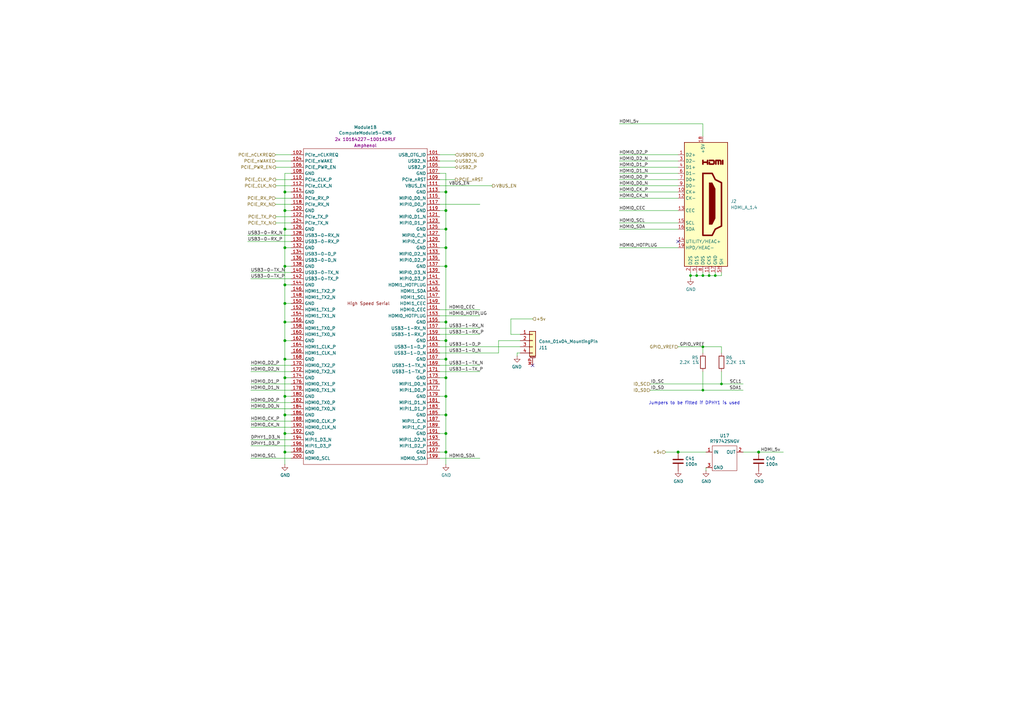
<source format=kicad_sch>
(kicad_sch (version 20250114) (generator "eeschema") (generator_version "9.0")
  (paper "A3")
  (title_block (title "Compute Module 5 IO Board - CM5 - Highspeed") (date "2026-02-08") (rev "0") (company "Logan Fagg") (comment 1 "Licensed under CERN-OHL-S v2") (comment 2 "Copyright © 2026 Logan Fagg") (comment 3 "https://github.com/loganrf/compactPi"))
  (lib_symbols
    (symbol "CM5IO:ComputeModule5-CM5"
      (property "Reference" "Module" (at 113.03 -68.58 0))
      (property "Value" "ComputeModule5-CM5" (at 140.97 2.54 0))
      (property "Field4" "Amphenol" (at 0 0 0))
      (property "Field5" "2x 10164227-1001A1RLF" (at 0 -2.54 0))
      (symbol "ComputeModule5-CM5_1_0"
        (text "GPIO" (at 0 6.35 0) (effects (font (size 1.27 1.27))))
      )
      (symbol "ComputeModule5-CM5_1_1"
        (rectangle (start -30.48 -71.12) (end 25.4 58.42))
        (text "600mA Max" (at -8.89 -48.26 0) (effects (font (size 1.27 1.27))))
        (text "600mA Max" (at -8.89 -53.34 0) (effects (font (size 1.27 1.27))))
        (text "NB SD signals are only available" (at -1.27 -27.94 0) (effects (font (size 1.27 1.27))))
        (text "on modules without eMMC" (at -1.27 -30.48 0) (effects (font (size 1.27 1.27))))
        (pin power_in line (at -33.02 55.88 0) (length 2.54) (name "GND") (number "2"))
        (pin passive line (at -33.02 53.34 0) (length 2.54) (name "Ethernet_Pair1_P") (number "4"))
        (pin passive line (at -33.02 50.8 0) (length 2.54) (name "Ethernet_Pair1_N") (number "6"))
        (pin power_in line (at -33.02 48.26 0) (length 2.54) (name "GND") (number "8"))
        (pin passive line (at -33.02 45.72 0) (length 2.54) (name "Ethernet_Pair0_N") (number "10"))
        (pin passive line (at -33.02 43.18 0) (length 2.54) (name "Ethernet_Pair0_P") (number "12"))
        (pin power_in line (at -33.02 40.64 0) (length 2.54) (name "GND") (number "14"))
        (pin input line (at -33.02 38.1 0) (length 2.54) (name "FAN_TACHO") (number "16"))
        (pin input line (at -33.02 35.56 0) (length 2.54) (name "Ethernet_SYNC_OUT(3.3v)") (number "18"))
        (pin passive line (at -33.02 33.02 0) (length 2.54) (name "EEPROM_nWP") (number "20"))
        (pin power_in line (at -33.02 30.48 0) (length 2.54) (name "GND") (number "22"))
        (pin passive line (at -33.02 27.94 0) (length 2.54) (name "GPIO26") (number "24"))
        (pin passive line (at -33.02 25.4 0) (length 2.54) (name "GPIO19") (number "26"))
        (pin passive line (at -33.02 22.86 0) (length 2.54) (name "GPIO13") (number "28"))
        (pin passive line (at -33.02 20.32 0) (length 2.54) (name "GPIO6") (number "30"))
        (pin power_in line (at -33.02 17.78 0) (length 2.54) (name "GND") (number "32"))
        (pin passive line (at -33.02 15.24 0) (length 2.54) (name "GPIO5") (number "34"))
        (pin passive line (at -33.02 12.7 0) (length 2.54) (name "ID_SD") (number "36"))
        (pin passive line (at -33.02 10.16 0) (length 2.54) (name "GPIO11") (number "38"))
        (pin passive line (at -33.02 7.62 0) (length 2.54) (name "GPIO9") (number "40"))
        (pin power_in line (at -33.02 5.08 0) (length 2.54) (name "GND") (number "42"))
        (pin passive line (at -33.02 2.54 0) (length 2.54) (name "GPIO10") (number "44"))
        (pin passive line (at -33.02 0 0) (length 2.54) (name "GPIO22") (number "46"))
        (pin passive line (at -33.02 -2.54 0) (length 2.54) (name "GPIO27") (number "48"))
        (pin passive line (at -33.02 -5.08 0) (length 2.54) (name "GPIO17") (number "50"))
        (pin power_in line (at -33.02 -7.62 0) (length 2.54) (name "GND") (number "52"))
        (pin passive line (at -33.02 -10.16 0) (length 2.54) (name "GPIO4") (number "54"))
        (pin passive line (at -33.02 -12.7 0) (length 2.54) (name "GPIO3") (number "56"))
        (pin passive line (at -33.02 -15.24 0) (length 2.54) (name "GPIO2") (number "58"))
        (pin power_in line (at -33.02 -17.78 0) (length 2.54) (name "GND") (number "60"))
        (pin passive line (at -33.02 -20.32 0) (length 2.54) (name "SD_CMD") (number "62"))
        (pin passive line (at -33.02 -22.86 0) (length 2.54) (name "SD_DAT5") (number "64"))
        (pin power_in line (at -33.02 -25.4 0) (length 2.54) (name "GND") (number "66"))
        (pin passive line (at -33.02 -27.94 0) (length 2.54) (name "SD_DAT4") (number "68"))
        (pin passive line (at -33.02 -30.48 0) (length 2.54) (name "SD_DAT7") (number "70"))
        (pin passive line (at -33.02 -33.02 0) (length 2.54) (name "SD_DAT6") (number "72"))
        (pin power_in line (at -33.02 -35.56 0) (length 2.54) (name "GND") (number "74"))
        (pin passive line (at -33.02 -38.1 0) (length 2.54) (name "VBAT") (number "76"))
        (pin power_in line (at -33.02 -40.64 0) (length 2.54) (name "GPIO_VREF(1.8v/3.3v_Input)") (number "78"))
        (pin passive line (at -33.02 -43.18 0) (length 2.54) (name "SCL0") (number "80"))
        (pin passive line (at -33.02 -45.72 0) (length 2.54) (name "SDA0") (number "82"))
        (pin power_out line (at -33.02 -48.26 0) (length 2.54) (name "+3.3v_(Output)") (number "84"))
        (pin passive line (at -33.02 -50.8 0) (length 2.54) (name "+3.3v_(Output)") (number "86"))
        (pin power_out line (at -33.02 -53.34 0) (length 2.54) (name "+1.8v_(Output)") (number "88"))
        (pin passive line (at -33.02 -55.88 0) (length 2.54) (name "+1.8v_(Output)") (number "90"))
        (pin passive line (at -33.02 -58.42 0) (length 2.54) (name "PWR_BUT") (number "92"))
        (pin passive line (at -33.02 -60.96 0) (length 2.54) (name "CC1") (number "94"))
        (pin passive line (at -33.02 -63.5 0) (length 2.54) (name "CC2") (number "96"))
        (pin power_in line (at -33.02 -66.04 0) (length 2.54) (name "GND") (number "98"))
        (pin passive line (at -33.02 -68.58 0) (length 2.54) (name "CAM_GPIO1") (number "100"))
        (pin power_in line (at 27.94 55.88 180) (length 2.54) (name "GND") (number "1"))
        (pin passive line (at 27.94 53.34 180) (length 2.54) (name "Ethernet_Pair3_P") (number "3"))
        (pin passive line (at 27.94 50.8 180) (length 2.54) (name "Ethernet_Pair3_N") (number "5"))
        (pin power_in line (at 27.94 48.26 180) (length 2.54) (name "GND") (number "7"))
        (pin passive line (at 27.94 45.72 180) (length 2.54) (name "Ethernet_Pair2_N") (number "9"))
        (pin passive line (at 27.94 43.18 180) (length 2.54) (name "Ethernet_Pair2_P") (number "11"))
        (pin power_in line (at 27.94 40.64 180) (length 2.54) (name "GND") (number "13"))
        (pin output line (at 27.94 38.1 180) (length 2.54) (name "Ethernet_nLED3(3.3v)") (number "15"))
        (pin output line (at 27.94 35.56 180) (length 2.54) (name "Ethernet_nLED2(3.3v)") (number "17"))
        (pin output line (at 27.94 33.02 180) (length 2.54) (name "FAN_PWM") (number "19"))
        (pin open_collector line (at 27.94 30.48 180) (length 2.54) (name "LED_nACT") (number "21"))
        (pin power_in line (at 27.94 27.94 180) (length 2.54) (name "GND") (number "23"))
        (pin passive line (at 27.94 25.4 180) (length 2.54) (name "GPIO21") (number "25"))
        (pin passive line (at 27.94 22.86 180) (length 2.54) (name "GPIO20") (number "27"))
        (pin passive line (at 27.94 20.32 180) (length 2.54) (name "GPIO16") (number "29"))
        (pin passive line (at 27.94 17.78 180) (length 2.54) (name "GPIO12") (number "31"))
        (pin power_in line (at 27.94 15.24 180) (length 2.54) (name "GND") (number "33"))
        (pin passive line (at 27.94 12.7 180) (length 2.54) (name "ID_SC") (number "35"))
        (pin passive line (at 27.94 10.16 180) (length 2.54) (name "GPIO7") (number "37"))
        (pin passive line (at 27.94 7.62 180) (length 2.54) (name "GPIO8") (number "39"))
        (pin passive line (at 27.94 5.08 180) (length 2.54) (name "GPIO25") (number "41"))
        (pin power_in line (at 27.94 2.54 180) (length 2.54) (name "GND") (number "43"))
        (pin passive line (at 27.94 0 180) (length 2.54) (name "GPIO24") (number "45"))
        (pin passive line (at 27.94 -2.54 180) (length 2.54) (name "GPIO23") (number "47"))
        (pin passive line (at 27.94 -5.08 180) (length 2.54) (name "GPIO18") (number "49"))
        (pin passive line (at 27.94 -7.62 180) (length 2.54) (name "GPIO15") (number "51"))
        (pin power_in line (at 27.94 -10.16 180) (length 2.54) (name "GND") (number "53"))
        (pin passive line (at 27.94 -12.7 180) (length 2.54) (name "GPIO14") (number "55"))
        (pin passive line (at 27.94 -15.24 180) (length 2.54) (name "SD_CLK") (number "57"))
        (pin power_in line (at 27.94 -17.78 180) (length 2.54) (name "GND") (number "59"))
        (pin passive line (at 27.94 -20.32 180) (length 2.54) (name "SD_DAT3") (number "61"))
        (pin passive line (at 27.94 -22.86 180) (length 2.54) (name "SD_DAT0") (number "63"))
        (pin power_in line (at 27.94 -25.4 180) (length 2.54) (name "GND") (number "65"))
        (pin passive line (at 27.94 -27.94 180) (length 2.54) (name "SD_DAT1") (number "67"))
        (pin passive line (at 27.94 -30.48 180) (length 2.54) (name "SD_DAT2") (number "69"))
        (pin power_in line (at 27.94 -33.02 180) (length 2.54) (name "GND") (number "71"))
        (pin input line (at 27.94 -35.56 180) (length 2.54) (name "SD_VDD_Override") (number "73"))
        (pin output line (at 27.94 -38.1 180) (length 2.54) (name "SD_PWR_ON") (number "75"))
        (pin power_in line (at 27.94 -40.64 180) (length 2.54) (name "+5v_(Input)") (number "77"))
        (pin power_in line (at 27.94 -43.18 180) (length 2.54) (name "+5v_(Input)") (number "79"))
        (pin power_in line (at 27.94 -45.72 180) (length 2.54) (name "+5v_(Input)") (number "81"))
        (pin power_in line (at 27.94 -48.26 180) (length 2.54) (name "+5v_(Input)") (number "83"))
        (pin power_in line (at 27.94 -50.8 180) (length 2.54) (name "+5v_(Input)") (number "85"))
        (pin power_in line (at 27.94 -53.34 180) (length 2.54) (name "+5v_(Input)") (number "87"))
        (pin input line (at 27.94 -55.88 180) (length 2.54) (name "WiFi_nDisable") (number "89"))
        (pin input line (at 27.94 -58.42 180) (length 2.54) (name "BT_nDisable") (number "91"))
        (pin input line (at 27.94 -60.96 180) (length 2.54) (name "nRPIBOOT") (number "93"))
        (pin output line (at 27.94 -63.5 180) (length 2.54) (name "LED_nPWR") (number "95"))
        (pin passive line (at 27.94 -66.04 180) (length 2.54) (name "CAM_GPIO0") (number "97"))
        (pin input line (at 27.94 -68.58 180) (length 2.54) (name "PMIC_ENABLE") (number "99"))
      )
      (symbol "ComputeModule5-CM5_2_1"
        (rectangle (start 114.3 -66.04) (end 165.1 63.5))
        (text "High Speed Serial" (at 140.97 0 0) (effects (font (size 1.27 1.27))))
        (pin input line (at 109.22 60.96 0) (length 5.08) (name "PCIe_nCLKREQ") (number "102"))
        (pin input line (at 109.22 58.42 0) (length 5.08) (name "PCIE_nWAKE") (number "104"))
        (pin output line (at 109.22 55.88 0) (length 5.08) (name "PCIE_PWR_EN") (number "106"))
        (pin power_in line (at 109.22 53.34 0) (length 5.08) (name "GND") (number "108"))
        (pin output line (at 109.22 50.8 0) (length 5.08) (name "PCIe_CLK_P") (number "110"))
        (pin output line (at 109.22 48.26 0) (length 5.08) (name "PCIe_CLK_N") (number "112"))
        (pin power_in line (at 109.22 45.72 0) (length 5.08) (name "GND") (number "114"))
        (pin input line (at 109.22 43.18 0) (length 5.08) (name "PCIe_RX_P") (number "116"))
        (pin input line (at 109.22 40.64 0) (length 5.08) (name "PCIe_RX_N") (number "118"))
        (pin power_in line (at 109.22 38.1 0) (length 5.08) (name "GND") (number "120"))
        (pin output line (at 109.22 35.56 0) (length 5.08) (name "PCIe_TX_P") (number "122"))
        (pin output line (at 109.22 33.02 0) (length 5.08) (name "PCIe_TX_N") (number "124"))
        (pin power_in line (at 109.22 30.48 0) (length 5.08) (name "GND") (number "126"))
        (pin input line (at 109.22 27.94 0) (length 5.08) (name "USB3-0-RX_N") (number "128"))
        (pin input line (at 109.22 25.4 0) (length 5.08) (name "USB3-0-RX_P") (number "130"))
        (pin power_in line (at 109.22 22.86 0) (length 5.08) (name "GND") (number "132"))
        (pin passive line (at 109.22 20.32 0) (length 5.08) (name "USB3-0-D_P") (number "134"))
        (pin passive line (at 109.22 17.78 0) (length 5.08) (name "USB3-0-D_N") (number "136"))
        (pin power_in line (at 109.22 15.24 0) (length 5.08) (name "GND") (number "138"))
        (pin output line (at 109.22 12.7 0) (length 5.08) (name "USB3-0-TX_N") (number "140"))
        (pin output line (at 109.22 10.16 0) (length 5.08) (name "USB3-0-TX_P") (number "142"))
        (pin power_in line (at 109.22 7.62 0) (length 5.08) (name "GND") (number "144"))
        (pin output line (at 109.22 5.08 0) (length 5.08) (name "HDMI1_TX2_P") (number "146"))
        (pin output line (at 109.22 2.54 0) (length 5.08) (name "HDMI1_TX2_N") (number "148"))
        (pin power_in line (at 109.22 0 0) (length 5.08) (name "GND") (number "150"))
        (pin output line (at 109.22 -2.54 0) (length 5.08) (name "HDMI1_TX1_P") (number "152"))
        (pin output line (at 109.22 -5.08 0) (length 5.08) (name "HDMI1_TX1_N") (number "154"))
        (pin power_in line (at 109.22 -7.62 0) (length 5.08) (name "GND") (number "156"))
        (pin output line (at 109.22 -10.16 0) (length 5.08) (name "HDMI1_TX0_P") (number "158"))
        (pin output line (at 109.22 -12.7 0) (length 5.08) (name "HDMI1_TX0_N") (number "160"))
        (pin power_in line (at 109.22 -15.24 0) (length 5.08) (name "GND") (number "162"))
        (pin output line (at 109.22 -17.78 0) (length 5.08) (name "HDMI1_CLK_P") (number "164"))
        (pin output line (at 109.22 -20.32 0) (length 5.08) (name "HDMI1_CLK_N") (number "166"))
        (pin power_in line (at 109.22 -22.86 0) (length 5.08) (name "GND") (number "168"))
        (pin output line (at 109.22 -25.4 0) (length 5.08) (name "HDMI0_TX2_P") (number "170"))
        (pin output line (at 109.22 -27.94 0) (length 5.08) (name "HDMI0_TX2_N") (number "172"))
        (pin power_in line (at 109.22 -30.48 0) (length 5.08) (name "GND") (number "174"))
        (pin output line (at 109.22 -33.02 0) (length 5.08) (name "HDMI0_TX1_P") (number "176"))
        (pin output line (at 109.22 -35.56 0) (length 5.08) (name "HDMI0_TX1_N") (number "178"))
        (pin power_in line (at 109.22 -38.1 0) (length 5.08) (name "GND") (number "180"))
        (pin output line (at 109.22 -40.64 0) (length 5.08) (name "HDMI0_TX0_P") (number "182"))
        (pin output line (at 109.22 -43.18 0) (length 5.08) (name "HDMI0_TX0_N") (number "184"))
        (pin power_in line (at 109.22 -45.72 0) (length 5.08) (name "GND") (number "186"))
        (pin output line (at 109.22 -48.26 0) (length 5.08) (name "HDMI0_CLK_P") (number "188"))
        (pin output line (at 109.22 -50.8 0) (length 5.08) (name "HDMI0_CLK_N") (number "190"))
        (pin power_in line (at 109.22 -53.34 0) (length 5.08) (name "GND") (number "192"))
        (pin output line (at 109.22 -55.88 0) (length 5.08) (name "MIPI1_D3_N") (number "194"))
        (pin output line (at 109.22 -58.42 0) (length 5.08) (name "MIPI1_D3_P") (number "196"))
        (pin power_in line (at 109.22 -60.96 0) (length 5.08) (name "GND") (number "198"))
        (pin open_collector line (at 109.22 -63.5 0) (length 5.08) (name "HDMI0_SCL") (number "200"))
        (pin input line (at 170.18 60.96 180) (length 5.08) (name "USB_OTG_ID") (number "101"))
        (pin passive line (at 170.18 58.42 180) (length 5.08) (name "USB2_N") (number "103"))
        (pin passive line (at 170.18 55.88 180) (length 5.08) (name "USB2_P") (number "105"))
        (pin power_in line (at 170.18 53.34 180) (length 5.08) (name "GND") (number "107"))
        (pin output line (at 170.18 50.8 180) (length 5.08) (name "PCIe_nRST") (number "109"))
        (pin output line (at 170.18 48.26 180) (length 5.08) (name "VBUS_EN") (number "111"))
        (pin power_in line (at 170.18 45.72 180) (length 5.08) (name "GND") (number "113"))
        (pin input line (at 170.18 43.18 180) (length 5.08) (name "MIPI0_D0_N") (number "115"))
        (pin input line (at 170.18 40.64 180) (length 5.08) (name "MIPI0_D0_P") (number "117"))
        (pin power_in line (at 170.18 38.1 180) (length 5.08) (name "GND") (number "119"))
        (pin input line (at 170.18 35.56 180) (length 5.08) (name "MIPI0_D1_N") (number "121"))
        (pin input line (at 170.18 33.02 180) (length 5.08) (name "MIPI0_D1_P") (number "123"))
        (pin power_in line (at 170.18 30.48 180) (length 5.08) (name "GND") (number "125"))
        (pin input line (at 170.18 27.94 180) (length 5.08) (name "MIPI0_C_N") (number "127"))
        (pin input line (at 170.18 25.4 180) (length 5.08) (name "MIPI0_C_P") (number "129"))
        (pin power_in line (at 170.18 22.86 180) (length 5.08) (name "GND") (number "131"))
        (pin input line (at 170.18 20.32 180) (length 5.08) (name "MIPI0_D2_N") (number "133"))
        (pin input line (at 170.18 17.78 180) (length 5.08) (name "MIPI0_D2_P") (number "135"))
        (pin power_in line (at 170.18 15.24 180) (length 5.08) (name "GND") (number "137"))
        (pin input line (at 170.18 12.7 180) (length 5.08) (name "MIPI0_D3_N") (number "139"))
        (pin input line (at 170.18 10.16 180) (length 5.08) (name "MIPI0_D3_P") (number "141"))
        (pin input line (at 170.18 7.62 180) (length 5.08) (name "HDMI1_HOTPLUG") (number "143"))
        (pin bidirectional line (at 170.18 5.08 180) (length 5.08) (name "HDMI1_SDA") (number "145"))
        (pin open_collector line (at 170.18 2.54 180) (length 5.08) (name "HDMI1_SCL") (number "147"))
        (pin open_collector line (at 170.18 0 180) (length 5.08) (name "HDMI1_CEC") (number "149"))
        (pin open_collector line (at 170.18 -2.54 180) (length 5.08) (name "HDMI0_CEC") (number "151"))
        (pin input line (at 170.18 -5.08 180) (length 5.08) (name "HDMI0_HOTPLUG") (number "153"))
        (pin power_in line (at 170.18 -7.62 180) (length 5.08) (name "GND") (number "155"))
        (pin input line (at 170.18 -10.16 180) (length 5.08) (name "USB3-1-RX_N") (number "157"))
        (pin input line (at 170.18 -12.7 180) (length 5.08) (name "USB3-1-RX_P") (number "159"))
        (pin power_in line (at 170.18 -15.24 180) (length 5.08) (name "GND") (number "161"))
        (pin passive line (at 170.18 -17.78 180) (length 5.08) (name "USB3-1-D_P") (number "163"))
        (pin passive line (at 170.18 -20.32 180) (length 5.08) (name "USB3-1-D_N") (number "165"))
        (pin power_in line (at 170.18 -22.86 180) (length 5.08) (name "GND") (number "167"))
        (pin output line (at 170.18 -25.4 180) (length 5.08) (name "USB3-1-TX_N") (number "169"))
        (pin output line (at 170.18 -27.94 180) (length 5.08) (name "USB3-1-TX_P") (number "171"))
        (pin power_in line (at 170.18 -30.48 180) (length 5.08) (name "GND") (number "173"))
        (pin output line (at 170.18 -33.02 180) (length 5.08) (name "MIPI1_D0_N") (number "175"))
        (pin output line (at 170.18 -35.56 180) (length 5.08) (name "MIPI1_D0_P") (number "177"))
        (pin power_in line (at 170.18 -38.1 180) (length 5.08) (name "GND") (number "179"))
        (pin output line (at 170.18 -40.64 180) (length 5.08) (name "MIPI1_D1_N") (number "181"))
        (pin output line (at 170.18 -43.18 180) (length 5.08) (name "MIPI1_D1_P") (number "183"))
        (pin power_in line (at 170.18 -45.72 180) (length 5.08) (name "GND") (number "185"))
        (pin output line (at 170.18 -48.26 180) (length 5.08) (name "MIPI1_C_N") (number "187"))
        (pin output line (at 170.18 -50.8 180) (length 5.08) (name "MIPI1_C_P") (number "189"))
        (pin power_in line (at 170.18 -53.34 180) (length 5.08) (name "GND") (number "191"))
        (pin output line (at 170.18 -55.88 180) (length 5.08) (name "MIPI1_D2_N") (number "193"))
        (pin output line (at 170.18 -58.42 180) (length 5.08) (name "MIPI1_D2_P") (number "195"))
        (pin power_in line (at 170.18 -60.96 180) (length 5.08) (name "GND") (number "197"))
        (pin bidirectional line (at 170.18 -63.5 180) (length 5.08) (name "HDMI0_SDA") (number "199"))
      )
    )
    (symbol "CM5IO:RT9742SNGV"
      (property "Reference" "U" (at -2.54 7.62 0))
      (property "Value" "RT9742SNGV" (at 3.81 -5.08 0))
      (symbol "RT9742SNGV_0_1"
        (rectangle (start -2.54 6.35) (end 7.62 -3.81))
      )
      (symbol "RT9742SNGV_1_1"
        (pin power_in line (at -5.08 3.81 0) (length 2.54) (name "IN") (number "1"))
        (pin power_in line (at -5.08 -2.54 0) (length 2.54) (name "GND") (number "3"))
        (pin power_out line (at 10.16 3.81 180) (length 2.54) (name "OUT") (number "2"))
      )
    )
    (symbol "Connector:HDMI_A_1.4"
      (property "Reference" "J" (at -6.35 26.67 0))
      (property "Value" "HDMI_A_1.4" (at 10.16 26.67 0))
      (symbol "HDMI_A_1.4_0_0"
        (polyline (pts (xy 0 16.51) (xy 0 18.034) (xy 0 17.272) (xy 1.905 17.272) (xy 1.905 18.034) (xy 1.905 16.51)) (stroke (width 0.635)))
        (polyline (pts (xy 2.667 18.034) (xy 4.318 18.034) (xy 4.572 17.78) (xy 4.572 16.764) (xy 4.318 16.51) (xy 2.667 16.51) (xy 2.667 17.272)) (stroke (width 0.635)))
        (polyline (pts (xy 8.128 16.51) (xy 8.128 18.034)) (stroke (width 0.635)))
      )
      (symbol "HDMI_A_1.4_0_1"
        (rectangle (start -7.62 25.4) (end 10.16 -25.4) (stroke (width 0.254)) (fill (type background)))
        (polyline (pts (xy 0 12.7) (xy 0 -12.7) (xy 3.81 -12.7) (xy 5.08 -10.16) (xy 7.62 -8.89) (xy 7.62 8.89) (xy 5.08 10.16) (xy 3.81 12.7) (xy 0 12.7)) (stroke (width 0.635)))
        (polyline (pts (xy 2.54 8.89) (xy 3.81 8.89) (xy 5.08 6.35) (xy 5.08 -5.715) (xy 3.81 -8.255) (xy 2.54 -8.255) (xy 2.54 8.89)) (fill (type outline)))
        (polyline (pts (xy 5.334 16.51) (xy 5.334 18.034) (xy 6.35 18.034) (xy 6.35 16.51) (xy 6.35 18.034) (xy 7.112 18.034) (xy 7.366 17.78) (xy 7.366 16.51)) (stroke (width 0.635)))
      )
      (symbol "HDMI_A_1.4_1_1"
        (pin passive line (at -10.16 20.32 0) (length 2.54) (name "D2+") (number "1"))
        (pin passive line (at -10.16 17.78 0) (length 2.54) (name "D2-") (number "3"))
        (pin passive line (at -10.16 15.24 0) (length 2.54) (name "D1+") (number "4"))
        (pin passive line (at -10.16 12.7 0) (length 2.54) (name "D1-") (number "6"))
        (pin passive line (at -10.16 10.16 0) (length 2.54) (name "D0+") (number "7"))
        (pin passive line (at -10.16 7.62 0) (length 2.54) (name "D0-") (number "9"))
        (pin passive line (at -10.16 5.08 0) (length 2.54) (name "CK+") (number "10"))
        (pin passive line (at -10.16 2.54 0) (length 2.54) (name "CK-") (number "12"))
        (pin bidirectional line (at -10.16 -2.54 0) (length 2.54) (name "CEC") (number "13"))
        (pin passive line (at -10.16 -7.62 0) (length 2.54) (name "SCL") (number "15"))
        (pin bidirectional line (at -10.16 -10.16 0) (length 2.54) (name "SDA") (number "16"))
        (pin passive line (at -10.16 -15.24 0) (length 2.54) (name "UTILITY/HEAC+") (number "14"))
        (pin passive line (at -10.16 -17.78 0) (length 2.54) (name "HPD/HEAC-") (number "19"))
        (pin power_in line (at -5.08 -27.94 90) (length 2.54) (name "D2S") (number "2"))
        (pin power_in line (at -2.54 -27.94 90) (length 2.54) (name "D1S") (number "5"))
        (pin power_in line (at 0 27.94 270) (length 2.54) (name "+5V") (number "18"))
        (pin power_in line (at 0 -27.94 90) (length 2.54) (name "D0S") (number "8"))
        (pin power_in line (at 2.54 -27.94 90) (length 2.54) (name "CKS") (number "11"))
        (pin power_in line (at 5.08 -27.94 90) (length 2.54) (name "GND") (number "17"))
        (pin passive line (at 7.62 -27.94 90) (length 2.54) (name "SH") (number "SH"))
      )
    )
    (symbol "Connector_Generic_MountingPin:Conn_01x04_MountingPin" (pin_names (offset 1.016) (hide yes))
      (property "Reference" "J" (at 0 5.08 0))
      (property "Value" "Conn_01x04_MountingPin" (at 1.27 -7.62 0))
      (symbol "Conn_01x04_MountingPin_1_1"
        (rectangle (start -1.27 3.81) (end 1.27 -6.35) (stroke (width 0.254)) (fill (type background)))
        (rectangle (start -1.27 2.667) (end 0 2.413) (stroke (width 0.1524)))
        (rectangle (start -1.27 0.127) (end 0 -0.127) (stroke (width 0.1524)))
        (rectangle (start -1.27 -2.413) (end 0 -2.667) (stroke (width 0.1524)))
        (rectangle (start -1.27 -4.953) (end 0 -5.207) (stroke (width 0.1524)))
        (polyline (pts (xy -1.016 -7.112) (xy 1.016 -7.112)) (stroke (width 0.1524)))
        (text "Mounting" (at 0 -6.731 0) (effects (font (size 0.381 0.381))))
        (pin passive line (at -5.08 2.54 0) (length 3.81) (name "Pin_1") (number "1"))
        (pin passive line (at -5.08 0 0) (length 3.81) (name "Pin_2") (number "2"))
        (pin passive line (at -5.08 -2.54 0) (length 3.81) (name "Pin_3") (number "3"))
        (pin passive line (at -5.08 -5.08 0) (length 3.81) (name "Pin_4") (number "4"))
        (pin passive line (at 0 -10.16 90) (length 3.048) (name "MountPin") (number "MP"))
      )
    )
    (symbol "Device:C" (pin_numbers (hide yes)) (pin_names (offset 0.254))
      (property "Reference" "C" (at 0.635 2.54 0))
      (property "Value" "C" (at 0.635 -2.54 0))
      (symbol "C_0_1"
        (polyline (pts (xy -2.032 0.762) (xy 2.032 0.762)) (stroke (width 0.508)))
        (polyline (pts (xy -2.032 -0.762) (xy 2.032 -0.762)) (stroke (width 0.508)))
      )
      (symbol "C_1_1"
        (pin passive line (at 0 3.81 270) (length 2.794) (name "~") (number "1"))
        (pin passive line (at 0 -3.81 90) (length 2.794) (name "~") (number "2"))
      )
    )
    (symbol "Device:R" (pin_numbers (hide yes)) (pin_names (offset 0))
      (property "Reference" "R" (at 2.032 0 90))
      (property "Value" "R" (at 0 0 90))
      (symbol "R_0_1"
        (rectangle (start -1.016 -2.54) (end 1.016 2.54) (stroke (width 0.254)))
      )
      (symbol "R_1_1"
        (pin passive line (at 0 3.81 270) (length 1.27) (name "~") (number "1"))
        (pin passive line (at 0 -3.81 90) (length 1.27) (name "~") (number "2"))
      )
    )
    (symbol "power:GND" (power) (pin_numbers (hide yes)) (pin_names (offset 0) (hide yes))
      (property "Value" "GND" (at 0 -3.81 0))
      (symbol "GND_0_1"
        (polyline (pts (xy 0 0) (xy 0 -1.27) (xy 1.27 -1.27) (xy 0 -2.54) (xy -1.27 -1.27) (xy 0 -1.27)))
      )
      (symbol "GND_1_1"
        (pin power_in line (at 0 0 270) (length 0) (name "~") (number "1"))
      )
    )
  )
  (text "Jumpers to be fitted if DPHY1 is used\n" (at 303.53 166.116 0) (effects (font (size 1.27 1.27)) (justify right bottom)))
  (junction (at 288.29 142.24))
  (junction (at 116.84 185.42) (diameter 1.016))
  (junction (at 116.84 170.18) (diameter 1.016))
  (junction (at 182.88 170.18) (diameter 1.016))
  (junction (at 116.84 109.22) (diameter 1.016))
  (junction (at 182.88 93.98) (diameter 1.016))
  (junction (at 288.29 113.03))
  (junction (at 290.83 113.03))
  (junction (at 182.88 185.42) (diameter 1.016))
  (junction (at 116.84 78.74) (diameter 1.016))
  (junction (at 182.88 78.74) (diameter 1.016))
  (junction (at 116.84 93.98) (diameter 1.016))
  (junction (at 182.88 139.7) (diameter 1.016))
  (junction (at 278.13 185.42) (diameter 1.016))
  (junction (at 182.88 162.56) (diameter 1.016))
  (junction (at 295.91 157.48))
  (junction (at 116.84 116.84) (diameter 1.016))
  (junction (at 182.88 154.94) (diameter 1.016))
  (junction (at 283.21 113.03))
  (junction (at 293.37 113.03))
  (junction (at 116.84 86.36) (diameter 1.016))
  (junction (at 182.88 101.6) (diameter 1.016))
  (junction (at 288.29 160.02))
  (junction (at 182.88 86.36) (diameter 1.016))
  (junction (at 116.84 177.8) (diameter 1.016))
  (junction (at 182.88 177.8) (diameter 1.016))
  (junction (at 182.88 132.08) (diameter 1.016))
  (junction (at 116.84 139.7) (diameter 1.016))
  (junction (at 116.84 154.94) (diameter 1.016))
  (junction (at 285.75 113.03))
  (junction (at 116.84 124.46) (diameter 1.016))
  (junction (at 182.88 109.22) (diameter 1.016))
  (junction (at 182.88 147.32) (diameter 1.016))
  (junction (at 116.84 101.6) (diameter 1.016))
  (junction (at 311.15 185.42) (diameter 1.016))
  (junction (at 116.84 132.08) (diameter 1.016))
  (junction (at 116.84 162.56) (diameter 1.016))
  (junction (at 116.84 147.32) (diameter 1.016))
  (no_connect (at 278.13 99.06))
  (no_connect (at 218.44 149.86))
  (wire (pts (xy 102.87 149.86) (xy 119.38 149.86)))
  (wire (pts (xy 102.87 180.34) (xy 119.38 180.34)))
  (wire (pts (xy 254 86.36) (xy 278.13 86.36)))
  (wire (pts (xy 180.34 76.2) (xy 201.93 76.2)))
  (wire (pts (xy 116.84 101.6) (xy 116.84 109.22)))
  (wire (pts (xy 116.84 177.8) (xy 116.84 185.42)))
  (wire (pts (xy 293.37 113.03) (xy 290.83 113.03)))
  (wire (pts (xy 116.84 71.12) (xy 116.84 78.74)))
  (wire (pts (xy 116.84 124.46) (xy 116.84 132.08)))
  (wire (pts (xy 254 71.12) (xy 278.13 71.12)))
  (wire (pts (xy 102.87 157.48) (xy 119.38 157.48)))
  (wire (pts (xy 116.84 109.22) (xy 116.84 116.84)))
  (wire (pts (xy 116.84 139.7) (xy 116.84 147.32)))
  (wire (pts (xy 182.88 86.36) (xy 182.88 78.74)))
  (wire (pts (xy 295.91 113.03) (xy 293.37 113.03)))
  (wire (pts (xy 180.34 68.58) (xy 186.69 68.58)))
  (wire (pts (xy 116.84 124.46) (xy 119.38 124.46)))
  (wire (pts (xy 116.84 147.32) (xy 116.84 154.94)))
  (wire (pts (xy 116.84 86.36) (xy 116.84 93.98)))
  (wire (pts (xy 116.84 170.18) (xy 119.38 170.18)))
  (wire (pts (xy 182.88 109.22) (xy 182.88 101.6)))
  (wire (pts (xy 278.13 185.42) (xy 289.56 185.42)))
  (wire (pts (xy 254 91.44) (xy 278.13 91.44)))
  (wire (pts (xy 113.03 76.2) (xy 119.38 76.2)))
  (wire (pts (xy 116.84 147.32) (xy 119.38 147.32)))
  (wire (pts (xy 119.38 185.42) (xy 116.84 185.42)))
  (wire (pts (xy 288.29 142.24) (xy 295.91 142.24)))
  (wire (pts (xy 180.34 139.7) (xy 182.88 139.7)))
  (wire (pts (xy 304.8 185.42) (xy 311.15 185.42)))
  (wire (pts (xy 116.84 93.98) (xy 116.84 101.6)))
  (wire (pts (xy 278.13 142.24) (xy 288.29 142.24)))
  (wire (pts (xy 102.87 152.4) (xy 119.38 152.4)))
  (wire (pts (xy 288.29 152.4) (xy 288.29 160.02)))
  (wire (pts (xy 113.03 66.04) (xy 119.38 66.04)))
  (wire (pts (xy 180.34 78.74) (xy 182.88 78.74)))
  (wire (pts (xy 283.21 111.76) (xy 283.21 113.03)))
  (wire (pts (xy 254 73.66) (xy 278.13 73.66)))
  (wire (pts (xy 102.87 111.76) (xy 119.38 111.76)))
  (wire (pts (xy 102.87 165.1) (xy 119.38 165.1)))
  (wire (pts (xy 288.29 142.24) (xy 288.29 144.78)))
  (wire (pts (xy 182.88 162.56) (xy 182.88 170.18)))
  (wire (pts (xy 180.34 187.96) (xy 196.85 187.96)))
  (wire (pts (xy 295.91 142.24) (xy 295.91 144.78)))
  (wire (pts (xy 182.88 154.94) (xy 182.88 162.56)))
  (wire (pts (xy 102.87 167.64) (xy 119.38 167.64)))
  (wire (pts (xy 285.75 111.76) (xy 285.75 113.03)))
  (wire (pts (xy 102.87 114.3) (xy 119.38 114.3)))
  (wire (pts (xy 218.44 130.81) (xy 209.55 130.81)))
  (wire (pts (xy 182.88 185.42) (xy 182.88 190.5)))
  (wire (pts (xy 119.38 81.28) (xy 113.03 81.28)))
  (wire (pts (xy 311.15 185.42) (xy 321.31 185.42)))
  (wire (pts (xy 113.03 68.58) (xy 119.38 68.58)))
  (wire (pts (xy 180.34 170.18) (xy 182.88 170.18)))
  (wire (pts (xy 113.03 91.44) (xy 119.38 91.44)))
  (wire (pts (xy 180.34 127) (xy 196.85 127)))
  (wire (pts (xy 254 68.58) (xy 278.13 68.58)))
  (wire (pts (xy 289.56 191.77) (xy 289.56 193.04)))
  (wire (pts (xy 116.84 101.6) (xy 119.38 101.6)))
  (wire (pts (xy 180.34 86.36) (xy 182.88 86.36)))
  (wire (pts (xy 293.37 111.76) (xy 293.37 113.03)))
  (wire (pts (xy 254 81.28) (xy 278.13 81.28)))
  (wire (pts (xy 119.38 83.82) (xy 113.03 83.82)))
  (wire (pts (xy 182.88 132.08) (xy 182.88 139.7)))
  (wire (pts (xy 116.84 154.94) (xy 116.84 162.56)))
  (wire (pts (xy 116.84 78.74) (xy 119.38 78.74)))
  (wire (pts (xy 119.38 177.8) (xy 116.84 177.8)))
  (wire (pts (xy 209.55 137.16) (xy 213.36 137.16)))
  (wire (pts (xy 180.34 83.82) (xy 196.85 83.82)))
  (wire (pts (xy 102.87 172.72) (xy 119.38 172.72)))
  (wire (pts (xy 209.55 130.81) (xy 209.55 137.16)))
  (wire (pts (xy 116.84 162.56) (xy 119.38 162.56)))
  (wire (pts (xy 254 78.74) (xy 278.13 78.74)))
  (wire (pts (xy 254 50.8) (xy 288.29 50.8)))
  (wire (pts (xy 288.29 160.02) (xy 304.8 160.02)))
  (wire (pts (xy 273.05 185.42) (xy 278.13 185.42)))
  (wire (pts (xy 295.91 111.76) (xy 295.91 113.03)))
  (wire (pts (xy 180.34 93.98) (xy 182.88 93.98)))
  (wire (pts (xy 288.29 111.76) (xy 288.29 113.03)))
  (wire (pts (xy 180.34 154.94) (xy 182.88 154.94)))
  (wire (pts (xy 290.83 113.03) (xy 288.29 113.03)))
  (wire (pts (xy 180.34 132.08) (xy 182.88 132.08)))
  (wire (pts (xy 266.7 157.48) (xy 295.91 157.48)))
  (wire (pts (xy 113.03 73.66) (xy 119.38 73.66)))
  (wire (pts (xy 182.88 177.8) (xy 182.88 185.42)))
  (wire (pts (xy 182.88 93.98) (xy 182.88 86.36)))
  (wire (pts (xy 113.03 63.5) (xy 119.38 63.5)))
  (wire (pts (xy 285.75 113.03) (xy 283.21 113.03)))
  (wire (pts (xy 180.34 129.54) (xy 196.85 129.54)))
  (wire (pts (xy 113.03 88.9) (xy 119.38 88.9)))
  (wire (pts (xy 288.29 113.03) (xy 285.75 113.03)))
  (wire (pts (xy 182.88 147.32) (xy 182.88 154.94)))
  (wire (pts (xy 116.84 132.08) (xy 119.38 132.08)))
  (wire (pts (xy 116.84 154.94) (xy 119.38 154.94)))
  (wire (pts (xy 212.09 144.78) (xy 212.09 146.05)))
  (wire (pts (xy 180.34 101.6) (xy 182.88 101.6)))
  (wire (pts (xy 119.38 71.12) (xy 116.84 71.12)))
  (wire (pts (xy 102.87 182.88) (xy 119.38 182.88)))
  (wire (pts (xy 254 63.5) (xy 278.13 63.5)))
  (wire (pts (xy 116.84 109.22) (xy 119.38 109.22)))
  (wire (pts (xy 116.84 162.56) (xy 116.84 170.18)))
  (wire (pts (xy 295.91 157.48) (xy 304.8 157.48)))
  (wire (pts (xy 204.47 139.7) (xy 213.36 139.7)))
  (wire (pts (xy 116.84 139.7) (xy 119.38 139.7)))
  (wire (pts (xy 101.6 99.06) (xy 119.38 99.06)))
  (wire (pts (xy 180.34 162.56) (xy 182.88 162.56)))
  (wire (pts (xy 116.84 93.98) (xy 119.38 93.98)))
  (wire (pts (xy 180.34 134.62) (xy 196.85 134.62)))
  (wire (pts (xy 196.85 137.16) (xy 180.34 137.16)))
  (wire (pts (xy 102.87 187.96) (xy 119.38 187.96)))
  (wire (pts (xy 180.34 147.32) (xy 182.88 147.32)))
  (wire (pts (xy 295.91 152.4) (xy 295.91 157.48)))
  (wire (pts (xy 254 93.98) (xy 278.13 93.98)))
  (wire (pts (xy 288.29 55.88) (xy 288.29 50.8)))
  (wire (pts (xy 116.84 170.18) (xy 116.84 177.8)))
  (wire (pts (xy 180.34 66.04) (xy 186.69 66.04)))
  (wire (pts (xy 101.6 96.52) (xy 119.38 96.52)))
  (wire (pts (xy 182.88 78.74) (xy 182.88 71.12)))
  (wire (pts (xy 266.7 160.02) (xy 288.29 160.02)))
  (wire (pts (xy 182.88 101.6) (xy 182.88 93.98)))
  (wire (pts (xy 180.34 142.24) (xy 213.36 142.24)))
  (wire (pts (xy 254 76.2) (xy 278.13 76.2)))
  (wire (pts (xy 283.21 113.03) (xy 283.21 114.3)))
  (wire (pts (xy 290.83 111.76) (xy 290.83 113.03)))
  (wire (pts (xy 180.34 144.78) (xy 204.47 144.78)))
  (wire (pts (xy 116.84 116.84) (xy 119.38 116.84)))
  (wire (pts (xy 182.88 170.18) (xy 182.88 177.8)))
  (wire (pts (xy 116.84 86.36) (xy 119.38 86.36)))
  (wire (pts (xy 180.34 73.66) (xy 186.69 73.66)))
  (wire (pts (xy 182.88 109.22) (xy 182.88 132.08)))
  (wire (pts (xy 116.84 132.08) (xy 116.84 139.7)))
  (wire (pts (xy 204.47 144.78) (xy 204.47 139.7)))
  (wire (pts (xy 180.34 109.22) (xy 182.88 109.22)))
  (wire (pts (xy 180.34 152.4) (xy 196.85 152.4)))
  (wire (pts (xy 182.88 71.12) (xy 180.34 71.12)))
  (wire (pts (xy 254 66.04) (xy 278.13 66.04)))
  (wire (pts (xy 182.88 139.7) (xy 182.88 147.32)))
  (wire (pts (xy 102.87 160.02) (xy 119.38 160.02)))
  (wire (pts (xy 116.84 116.84) (xy 116.84 124.46)))
  (wire (pts (xy 116.84 185.42) (xy 116.84 190.5)))
  (wire (pts (xy 254 101.6) (xy 278.13 101.6)))
  (wire (pts (xy 213.36 144.78) (xy 212.09 144.78)))
  (wire (pts (xy 180.34 185.42) (xy 182.88 185.42)))
  (wire (pts (xy 116.84 78.74) (xy 116.84 86.36)))
  (wire (pts (xy 180.34 177.8) (xy 182.88 177.8)))
  (wire (pts (xy 102.87 175.26) (xy 119.38 175.26)))
  (wire (pts (xy 180.34 149.86) (xy 196.85 149.86)))
  (wire (pts (xy 186.69 63.5) (xy 180.34 63.5)))
  (label "HDMI0_D1_N" (at 102.87 160.02 0))
  (label "DPHY1_D3_P" (at 102.87 182.88 0))
  (label "USB3-1-D_N" (at 184.15 144.78 0))
  (label "HDMI0_D1_N" (at 254 71.12 0))
  (label "VBUS_EN" (at 184.15 76.2 0))
  (label "HDMI0_CK_P" (at 254 78.74 0))
  (label "HDMI0_CK_N" (at 254 81.28 0))
  (label "HDMI0_D0_P" (at 254 73.66 0))
  (label "ID_SC" (at 272.415 157.48 180))
  (label "HDMI0_D2_P" (at 102.87 149.86 0))
  (label "ID_SD" (at 272.415 160.02 180))
  (label "USB3-0-TX_N" (at 102.87 111.76 0))
  (label "USB3-1-TX_P" (at 184.15 152.4 0))
  (label "HDMI0_CK_P" (at 102.87 172.72 0))
  (label "USB3-1-RX_P" (at 184.15 137.16 0))
  (label "USB3-0-TX_P" (at 102.87 114.3 0))
  (label "USB3-0-RX_N" (at 101.6 96.52 0))
  (label "HDMI0_D0_N" (at 254 76.2 0))
  (label "USB3-1-TX_N" (at 184.15 149.86 0))
  (label "HDMI0_SDA" (at 254 93.98 0))
  (label "HDMI0_CK_N" (at 102.87 175.26 0))
  (label "HDMI0_CEC" (at 184.15 127 0))
  (label "HDMI0_D2_N" (at 102.87 152.4 0))
  (label "HDMI0_SCL" (at 254 91.44 0))
  (label "HDMI0_D1_P" (at 102.87 157.48 0))
  (label "HDMI0_D2_P" (at 254 63.5 0))
  (label "HDMI0_D0_P" (at 102.87 165.1 0))
  (label "HDMI0_HOTPLUG" (at 254 101.6 0))
  (label "HDMI_5v" (at 320.04 185.42 180))
  (label "USB3-1-RX_N" (at 184.15 134.62 0))
  (label "HDMI0_SCL" (at 102.87 187.96 0))
  (label "HDMI_5v" (at 254 50.8 0))
  (label "HDMI0_D2_N" (at 254 66.04 0))
  (label "USB3-0-RX_P" (at 101.6 99.06 0))
  (label "HDMI0_HOTPLUG" (at 184.15 129.54 0))
  (label "SCL1" (at 304.165 157.48 180))
  (label "SDA1" (at 304.165 160.02 180))
  (label "HDMI0_D1_P" (at 254 68.58 0))
  (label "HDMI0_D0_N" (at 102.87 167.64 0))
  (label "GPIO_VREF" (at 278.765 142.24 0))
  (label "HDMI0_SDA" (at 184.15 187.96 0))
  (label "HDMI0_CEC" (at 254 86.36 0))
  (label "DPHY1_D3_N" (at 102.87 180.34 0))
  (label "USB3-1-D_P" (at 184.15 142.24 0))
  (hierarchical_label "VBUS_EN" (shape output) (at 201.93 76.2 0))
  (hierarchical_label "USBOTG_ID" (shape input) (at 186.69 63.5 0))
  (hierarchical_label "PCIE_PWR_EN" (shape output) (at 113.03 68.58 180))
  (hierarchical_label "PCIE_CLK_P" (shape output) (at 113.03 73.66 180))
  (hierarchical_label "PCIE_RX_N" (shape input) (at 113.03 83.82 180))
  (hierarchical_label "+5v" (shape input) (at 273.05 185.42 180))
  (hierarchical_label "PCIE_nCLKREQ" (shape input) (at 113.03 63.5 180))
  (hierarchical_label "ID_SC" (shape input) (at 266.7 157.48 180))
  (hierarchical_label "PCIE_RX_P" (shape input) (at 113.03 81.28 180))
  (hierarchical_label "GPIO_VREF" (shape input) (at 278.13 142.24 180))
  (hierarchical_label "USB2_P" (shape bidirectional) (at 186.69 68.58 0))
  (hierarchical_label "USB2_N" (shape bidirectional) (at 186.69 66.04 0))
  (hierarchical_label "PCIE_TX_P" (shape output) (at 113.03 88.9 180))
  (hierarchical_label "ID_SD" (shape input) (at 266.7 160.02 180))
  (hierarchical_label "+5v" (shape input) (at 218.44 130.81 0))
  (hierarchical_label "PCIE_nWAKE" (shape input) (at 113.03 66.04 180))
  (hierarchical_label "PCIE_CLK_N" (shape output) (at 113.03 76.2 180))
  (hierarchical_label "PCIE_nRST" (shape output) (at 186.69 73.66 0))
  (hierarchical_label "PCIE_TX_N" (shape output) (at 113.03 91.44 180))
  (symbol (lib_id "power:GND") (at 182.88 190.5 0) (unit 1)
    (property "Reference" "#PWR0130" (effects (hide yes)))
    (property "Value" "GND" (at 183.007 194.8942 0))
    (property "Description" "Power symbol creates a global label with name \"GND\" , ground" (effects (hide yes)))
  )
  (symbol (lib_id "power:GND") (at 116.84 190.5 0) (unit 1)
    (property "Reference" "#PWR0131" (effects (hide yes)))
    (property "Value" "GND" (at 116.967 194.8942 0))
    (property "Description" "Power symbol creates a global label with name \"GND\" , ground" (effects (hide yes)))
  )
  (symbol (lib_id "Device:R") (at 288.29 148.59 0) (unit 1)
    (property "Reference" "R5" (at 283.718 146.685 0) (effects (justify left)))
    (property "Value" "2.2K 1%" (at 278.638 148.59 0) (effects (justify left)))
    (property "Footprint" "Resistor_SMD:R_0402_1005Metric" (effects (hide yes)))
    (property "Description" "Resistor" (effects (hide yes)))
    (property "Field4" "Farnell" (effects (hide yes)))
    (property "Part Description" "Resistor 2.2K M1005 1% 63mW" (effects (hide yes)))
  )
  (symbol (lib_id "Device:R") (at 295.91 148.59 0) (unit 1)
    (property "Reference" "R6" (at 297.688 146.685 0) (effects (justify left)))
    (property "Value" "2.2K 1%" (at 297.688 148.59 0) (effects (justify left)))
    (property "Footprint" "Resistor_SMD:R_0402_1005Metric" (effects (hide yes)))
    (property "Description" "Resistor" (effects (hide yes)))
    (property "Field4" "Farnell" (effects (hide yes)))
    (property "Part Description" "Resistor 2.2K M1005 1% 63mW" (effects (hide yes)))
  )
  (symbol (lib_id "Device:C") (at 311.15 189.23 0) (unit 1)
    (property "Reference" "C40" (at 314.071 188.0616 0) (effects (justify left)))
    (property "Value" "100n" (at 314.071 190.373 0) (effects (justify left)))
    (property "Footprint" "Capacitor_SMD:C_0402_1005Metric" (effects (hide yes)))
    (property "Description" "Unpolarized capacitor" (effects (hide yes)))
    (property "Field4" "Farnell" (effects (hide yes)))
    (property "Field5" "2611911" (effects (hide yes)))
    (property "Field6" "RM EMK105 B7104KV-F" (effects (hide yes)))
    (property "Field7" "TAIYO YUDEN EUROPE GMBH" (effects (hide yes)))
    (property "Part Description" "	0.1uF 10% 16V Ceramic Capacitor X7R 0402 (1005 Metric)" (effects (hide yes)))
    (property "Field8" "110091611" (effects (hide yes)))
  )
  (symbol (lib_id "Device:C") (at 278.13 189.23 0) (unit 1)
    (property "Reference" "C41" (at 281.051 188.0616 0) (effects (justify left)))
    (property "Value" "100n" (at 281.051 190.373 0) (effects (justify left)))
    (property "Footprint" "Capacitor_SMD:C_0402_1005Metric" (effects (hide yes)))
    (property "Description" "Unpolarized capacitor" (effects (hide yes)))
    (property "Field4" "Farnell" (effects (hide yes)))
    (property "Field5" "2611911" (effects (hide yes)))
    (property "Field6" "RM EMK105 B7104KV-F" (effects (hide yes)))
    (property "Field7" "TAIYO YUDEN EUROPE GMBH" (effects (hide yes)))
    (property "Part Description" "	0.1uF 10% 16V Ceramic Capacitor X7R 0402 (1005 Metric)" (effects (hide yes)))
    (property "Field8" "110091611" (effects (hide yes)))
  )
  (symbol (lib_id "CM5IO:RT9742SNGV") (at 294.64 189.23 0) (unit 1)
    (property "Reference" "U17" (at 297.18 178.689 0))
    (property "Value" "RT9742SNGV" (at 297.18 181.0004 0))
    (property "Footprint" "Package_TO_SOT_SMD:TSOT-23_HandSoldering" (effects (hide yes)))
    (property "Datasheet" "https://www.richtek.com/assets/product_file/RT9742/DS9742-10.pdf" (effects (hide yes)))
    (property "Description" "500mA Load Switch" (effects (hide yes)))
    (property "Field4" "Farnell" (effects (hide yes)))
    (property "Field5" "2575555" (effects (hide yes)))
    (property "Field6" "RT9742SNGV" (effects (hide yes)))
    (property "Field7" "RichTek" (effects (hide yes)))
    (property "Part Description" "Power Switch/Driver 1:1 N-Channel 500mA SOT-23-3" (effects (hide yes)))
    (property "Field8" "USWI00155" (effects (hide yes)))
  )
  (symbol (lib_id "power:GND") (at 311.15 193.04 0) (unit 1)
    (property "Reference" "#PWR0136" (effects (hide yes)))
    (property "Value" "GND" (at 311.277 197.4342 0))
    (property "Description" "Power symbol creates a global label with name \"GND\" , ground" (effects (hide yes)))
  )
  (symbol (lib_id "power:GND") (at 278.13 193.04 0) (unit 1)
    (property "Reference" "#PWR0137" (effects (hide yes)))
    (property "Value" "GND" (at 278.257 197.4342 0))
    (property "Description" "Power symbol creates a global label with name \"GND\" , ground" (effects (hide yes)))
  )
  (symbol (lib_id "power:GND") (at 289.56 193.04 0) (unit 1)
    (property "Reference" "#PWR0138" (effects (hide yes)))
    (property "Value" "GND" (at 289.687 197.4342 0))
    (property "Description" "Power symbol creates a global label with name \"GND\" , ground" (effects (hide yes)))
  )
  (symbol (lib_id "CM5IO:ComputeModule5-CM5") (at 10.16 124.46 0) (unit 2)
    (property "Reference" "Module1" (at 149.86 52.197 0))
    (property "Value" "ComputeModule5-CM5" (at 149.86 54.5084 0))
    (property "Footprint" "CM5IO:Raspberry-Pi-5-Compute-Module" (effects (hide yes)))
    (property "Description" "RaspberryPi Compute module 5" (effects (hide yes)))
    (property "Field4" "Amphenol" (at 149.86 59.69 0))
    (property "Field5" "2x 10164227-1001A1RLF" (at 149.86 57.15 0))
    (property "Field6" "2x 10164227-1001A1RLF" (effects (hide yes)))
    (property "Field7" "Hirose" (effects (hide yes)))
    (property "Part Description" "	100 Position Connector Receptacle, Center Strip Contacts Surface Mount Gold" (effects (hide yes)))
  )
  (symbol (lib_id "power:GND") (at 212.09 146.05 0) (mirror y) (unit 1)
    (property "Reference" "#PWR08" (effects (hide yes)))
    (property "Value" "GND" (at 211.963 150.4442 0))
    (property "Description" "Power symbol creates a global label with name \"GND\" , ground" (effects (hide yes)))
  )
  (symbol (lib_id "Connector:HDMI_A_1.4") (at 288.29 83.82 0) (unit 1)
    (property "Reference" "J2" (at 299.72 82.5499 0) (effects (justify left)))
    (property "Value" "HDMI_A_1.4" (at 299.72 85.0899 0) (effects (justify left)))
    (property "Footprint" "Connector_Video:HDMI_Micro-D_Molex_46765-0xxx" (effects (hide yes)))
    (property "Datasheet" "https://en.wikipedia.org/wiki/HDMI" (effects (hide yes)))
    (property "Description" "HDMI 1.4+ type A connector" (effects (hide yes)))
  )
  (symbol (lib_id "Connector_Generic_MountingPin:Conn_01x04_MountingPin") (at 218.44 139.7 0) (unit 1)
    (property "Reference" "J11" (at 220.98 142.5957 0) (effects (justify left)))
    (property "Value" "Conn_01x04_MountingPin" (at 220.98 140.0557 0) (effects (justify left)))
    (property "Footprint" "Connector_JST:JST_GH_BM04B-GHS-TBT_1x04-1MP_P1.25mm_Vertical" (effects (hide yes)))
    (property "Description" "Generic connectable mounting pin connector, single row, 01x04, script generated (kicad-library-utils/schlib/autogen/connector/)" (effects (hide yes)))
  )
  (symbol (lib_id "power:GND") (at 283.21 114.3 0) (unit 1)
    (property "Reference" "#PWR046" (effects (hide yes)))
    (property "Value" "GND" (at 283.337 118.6942 0))
    (property "Description" "Power symbol creates a global label with name \"GND\" , ground" (effects (hide yes)))
  )
)
</source>
